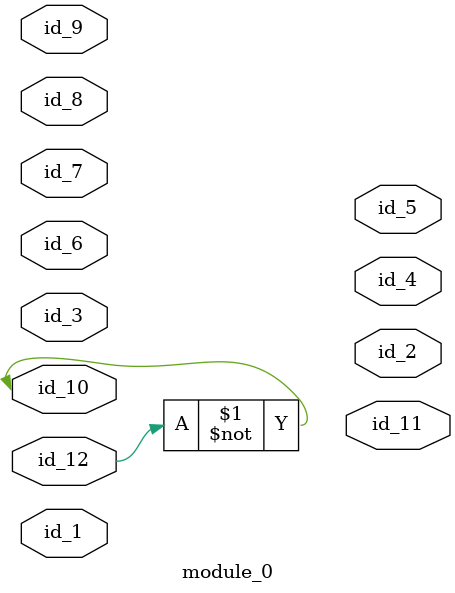
<source format=v>
`define pp_12 0
`define pp_13 0
`define pp_14 0
localparam id_9 = 1;
`define pp_15 0
module module_0 (
    id_1,
    id_2,
    id_3,
    id_4,
    id_5,
    id_6,
    id_7,
    id_8,
    id_9,
    id_10,
    id_11,
    id_12
);
  inout id_12;
  output id_11;
  inout id_10;
  input id_9;
  input id_8;
  input id_7;
  inout id_6;
  output id_5;
  output id_4;
  input id_3;
  output id_2;
  input id_1;
  assign id_4[1] = 1;
  assign id_10   = ~id_12;
endmodule

</source>
